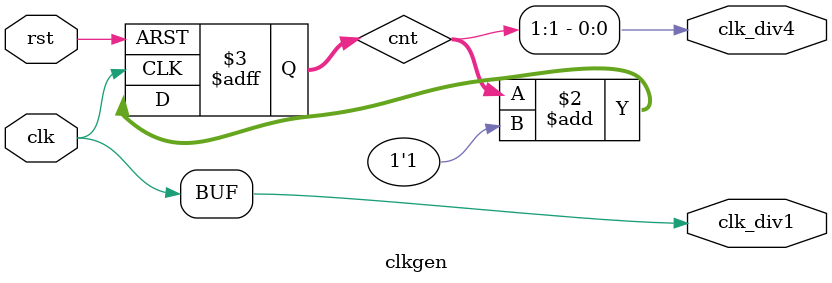
<source format=v>
/* clock divider */
module clkgen (
	/* input clock, reset signal */
	input wire clk, rst,
	/* generated clocks */
	output wire clk_div1, clk_div4
) /* synthesis GSR=ENABLED */;

/* prescaler counter */
reg [1:0] cnt;

/* prescaler logic */
always @ (posedge clk or posedge rst)
begin
	/* reset logic */
	if (rst) begin
		cnt <= 2'b10;
	/* count pulses */
	end else begin
		cnt <= cnt + 1'b1;
	end
end

/* assign signals */
assign clk_div1 = clk;
assign clk_div4 = cnt[1];

endmodule
</source>
